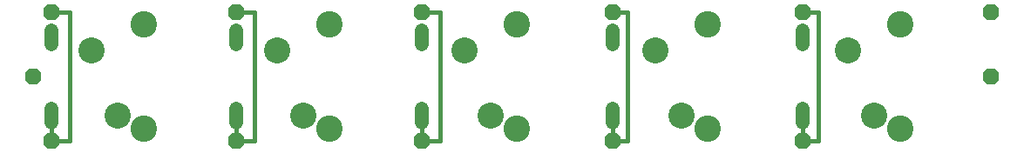
<source format=gbl>
G75*
%MOIN*%
%OFA0B0*%
%FSLAX25Y25*%
%IPPOS*%
%LPD*%
%AMOC8*
5,1,8,0,0,1.08239X$1,22.5*
%
%ADD10C,0.05200*%
%ADD11OC8,0.06300*%
%ADD12C,0.10000*%
%ADD13C,0.10124*%
%ADD14C,0.01600*%
D10*
X0011940Y0029879D02*
X0011940Y0035079D01*
X0082806Y0035079D02*
X0082806Y0029879D01*
X0153672Y0029879D02*
X0153672Y0035079D01*
X0226507Y0035079D02*
X0226507Y0029879D01*
X0299341Y0029879D02*
X0299341Y0035079D01*
X0299341Y0059879D02*
X0299341Y0065079D01*
X0226507Y0065079D02*
X0226507Y0059879D01*
X0153672Y0059879D02*
X0153672Y0065079D01*
X0082806Y0065079D02*
X0082806Y0059879D01*
X0011940Y0059879D02*
X0011940Y0065079D01*
D11*
X0011940Y0022873D03*
X0082806Y0022873D03*
X0153672Y0022873D03*
X0226507Y0022873D03*
X0299341Y0022873D03*
X0371192Y0047479D03*
X0371192Y0072085D03*
X0299341Y0072085D03*
X0226507Y0072085D03*
X0153672Y0072085D03*
X0082806Y0072085D03*
X0011940Y0072085D03*
X0005050Y0047479D03*
D12*
X0027373Y0057479D03*
X0098239Y0057479D03*
X0170089Y0057479D03*
X0242924Y0057479D03*
X0316743Y0057479D03*
X0326743Y0032479D03*
X0252924Y0032479D03*
X0180089Y0032479D03*
X0108239Y0032479D03*
X0037373Y0032479D03*
D13*
X0047373Y0027479D03*
X0118239Y0027479D03*
X0190089Y0027479D03*
X0262924Y0027479D03*
X0336743Y0027479D03*
X0336743Y0067479D03*
X0262924Y0067479D03*
X0190089Y0067479D03*
X0118239Y0067479D03*
X0047373Y0067479D03*
D14*
X0018830Y0072085D02*
X0018830Y0022873D01*
X0011940Y0022873D01*
X0011940Y0032479D01*
X0082806Y0032479D02*
X0082806Y0022873D01*
X0089696Y0022873D01*
X0089696Y0072085D01*
X0082806Y0072085D01*
X0018830Y0072085D02*
X0011940Y0072085D01*
X0153672Y0072085D02*
X0160562Y0072085D01*
X0160562Y0022873D01*
X0153672Y0022873D01*
X0153672Y0032479D01*
X0226507Y0032479D02*
X0226507Y0022873D01*
X0232412Y0022873D01*
X0232412Y0072085D01*
X0226507Y0072085D01*
X0299341Y0072085D02*
X0305247Y0072085D01*
X0305247Y0022873D01*
X0299341Y0022873D01*
X0299341Y0032479D01*
M02*

</source>
